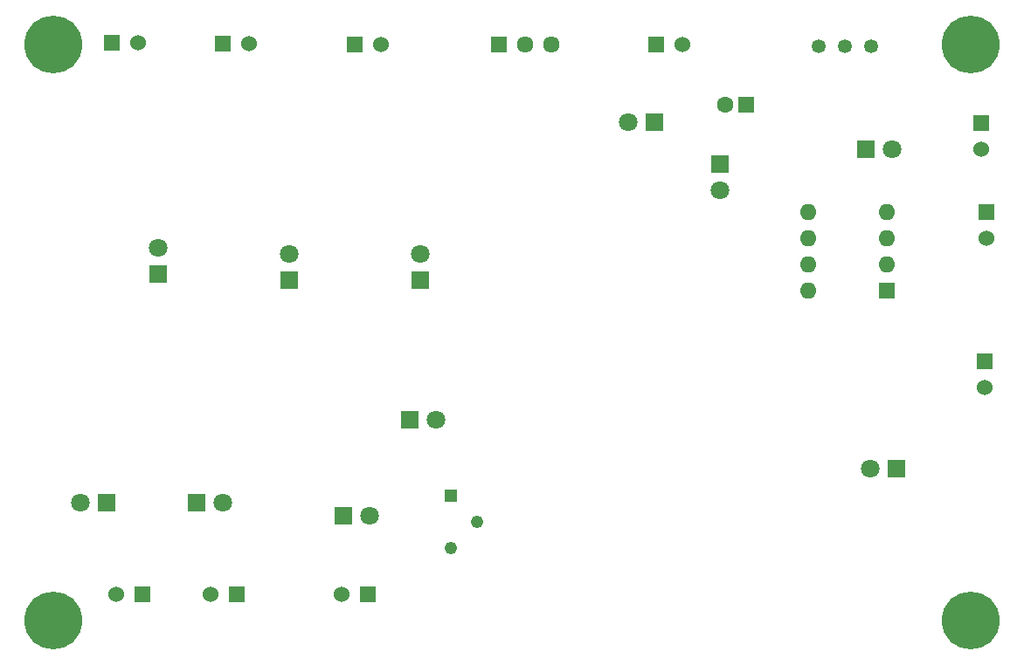
<source format=gbr>
%TF.GenerationSoftware,KiCad,Pcbnew,(6.0.8)*%
%TF.CreationDate,2023-01-11T11:43:19+01:00*%
%TF.ProjectId,TSAL,5453414c-2e6b-4696-9361-645f70636258,V1.0*%
%TF.SameCoordinates,Original*%
%TF.FileFunction,Soldermask,Bot*%
%TF.FilePolarity,Negative*%
%FSLAX46Y46*%
G04 Gerber Fmt 4.6, Leading zero omitted, Abs format (unit mm)*
G04 Created by KiCad (PCBNEW (6.0.8)) date 2023-01-11 11:43:19*
%MOMM*%
%LPD*%
G01*
G04 APERTURE LIST*
%ADD10R,1.800000X1.800000*%
%ADD11C,1.800000*%
%ADD12R,1.530000X1.530000*%
%ADD13C,1.530000*%
%ADD14C,5.600000*%
%ADD15C,1.350000*%
%ADD16R,1.600000X1.600000*%
%ADD17O,1.600000X1.600000*%
%ADD18C,1.600000*%
%ADD19R,1.610000X1.610000*%
%ADD20C,1.610000*%
%ADD21R,1.217000X1.217000*%
%ADD22C,1.217000*%
G04 APERTURE END LIST*
D10*
%TO.C,D6*%
X90406399Y-66943603D03*
D11*
X92946399Y-66943603D03*
%TD*%
D12*
%TO.C,J10*%
X146263833Y-46719090D03*
D13*
X146263833Y-49259090D03*
%TD*%
D14*
%TO.C,*%
X144780000Y-86360000D03*
%TD*%
%TO.C,*%
X55880000Y-86360000D03*
%TD*%
D12*
%TO.C,J7*%
X61558894Y-30351579D03*
D13*
X64098894Y-30351579D03*
%TD*%
D10*
%TO.C,D4*%
X84030846Y-76238995D03*
D11*
X86570846Y-76238995D03*
%TD*%
D12*
%TO.C,J1*%
X64546653Y-83810620D03*
D13*
X62006653Y-83810620D03*
%TD*%
D10*
%TO.C,D10*%
X66044862Y-52755890D03*
D11*
X66044862Y-50215890D03*
%TD*%
D10*
%TO.C,D8*%
X134620000Y-40640000D03*
D11*
X137160000Y-40640000D03*
%TD*%
D12*
%TO.C,J5*%
X85084997Y-30487668D03*
D13*
X87624997Y-30487668D03*
%TD*%
D12*
%TO.C,J9*%
X145788070Y-38100266D03*
D13*
X145788070Y-40640266D03*
%TD*%
D15*
%TO.C,PS1*%
X130057680Y-30681500D03*
X132597680Y-30681500D03*
X135137680Y-30681500D03*
%TD*%
D12*
%TO.C,J3*%
X86360000Y-83820000D03*
D13*
X83820000Y-83820000D03*
%TD*%
D12*
%TO.C,J11*%
X114300000Y-30480000D03*
D13*
X116840000Y-30480000D03*
%TD*%
D12*
%TO.C,J6*%
X146178220Y-61207727D03*
D13*
X146178220Y-63747727D03*
%TD*%
D10*
%TO.C,D2*%
X137581681Y-71632042D03*
D11*
X135041681Y-71632042D03*
%TD*%
D16*
%TO.C,TI1*%
X136625790Y-54400453D03*
D17*
X136625790Y-51860453D03*
X136625790Y-49320453D03*
X136625790Y-46780453D03*
X129005790Y-46780453D03*
X129005790Y-49320453D03*
X129005790Y-51860453D03*
X129005790Y-54400453D03*
%TD*%
D14*
%TO.C,REF\u002A\u002A*%
X55880000Y-30480000D03*
%TD*%
D16*
%TO.C,C16*%
X123006657Y-36344142D03*
D18*
X121006657Y-36344142D03*
%TD*%
D14*
%TO.C,*%
X144780000Y-30480000D03*
%TD*%
D10*
%TO.C,D1*%
X61048570Y-74944433D03*
D11*
X58508570Y-74944433D03*
%TD*%
D10*
%TO.C,D9*%
X91440000Y-53340000D03*
D11*
X91440000Y-50800000D03*
%TD*%
D10*
%TO.C,D5*%
X114129188Y-38029457D03*
D11*
X111589188Y-38029457D03*
%TD*%
D12*
%TO.C,J2*%
X73660000Y-83820000D03*
D13*
X71120000Y-83820000D03*
%TD*%
D10*
%TO.C,D7*%
X120478110Y-42131084D03*
D11*
X120478110Y-44671084D03*
%TD*%
D10*
%TO.C,D11*%
X78740000Y-53340000D03*
D11*
X78740000Y-50800000D03*
%TD*%
D19*
%TO.C,J4*%
X99060000Y-30480000D03*
D20*
X101600000Y-30480000D03*
X104140000Y-30480000D03*
%TD*%
D12*
%TO.C,J8*%
X72343000Y-30443334D03*
D13*
X74883000Y-30443334D03*
%TD*%
D10*
%TO.C,D3*%
X69788861Y-74980558D03*
D11*
X72328861Y-74980558D03*
%TD*%
D21*
%TO.C,RV1*%
X94382464Y-74272704D03*
D22*
X96922464Y-76812704D03*
X94382464Y-79352704D03*
%TD*%
M02*

</source>
